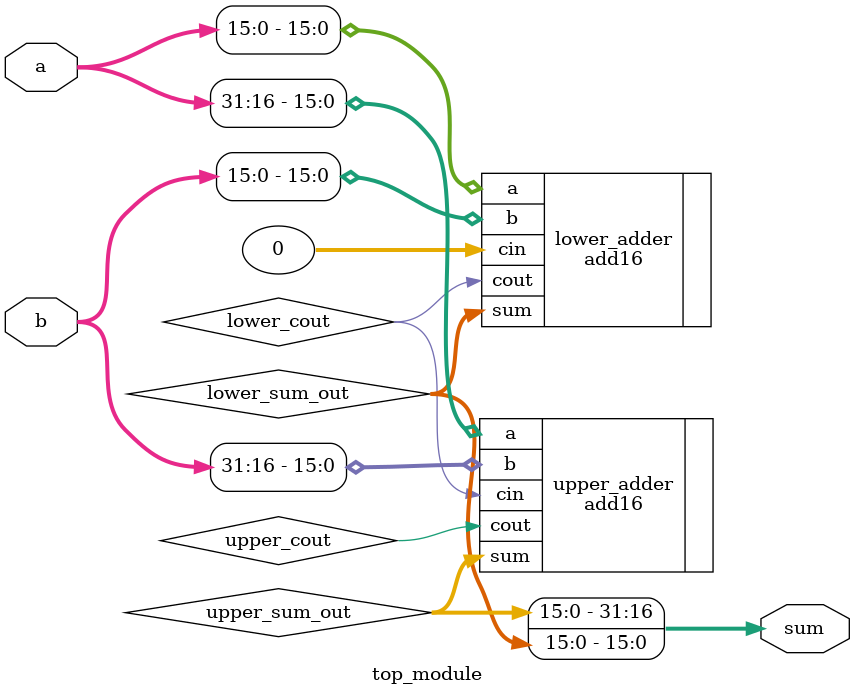
<source format=v>
module top_module(
    input [31:0] a,
    input [31:0] b,
    output [31:0] sum
);
    wire [15:0] lower_sum_out, upper_sum_out;
    wire lower_cout, upper_cout;
    
    add16 lower_adder(.a(a[15:0]), .b(b[15:0]), .cin(0), .sum(lower_sum_out), .cout(lower_cout));
    add16 upper_adder(.a(a[31:16]), .b(b[31:16]), .cin(lower_cout), .sum(upper_sum_out), .cout(upper_cout));
    
    assign sum = {upper_sum_out, lower_sum_out};

endmodule


</source>
